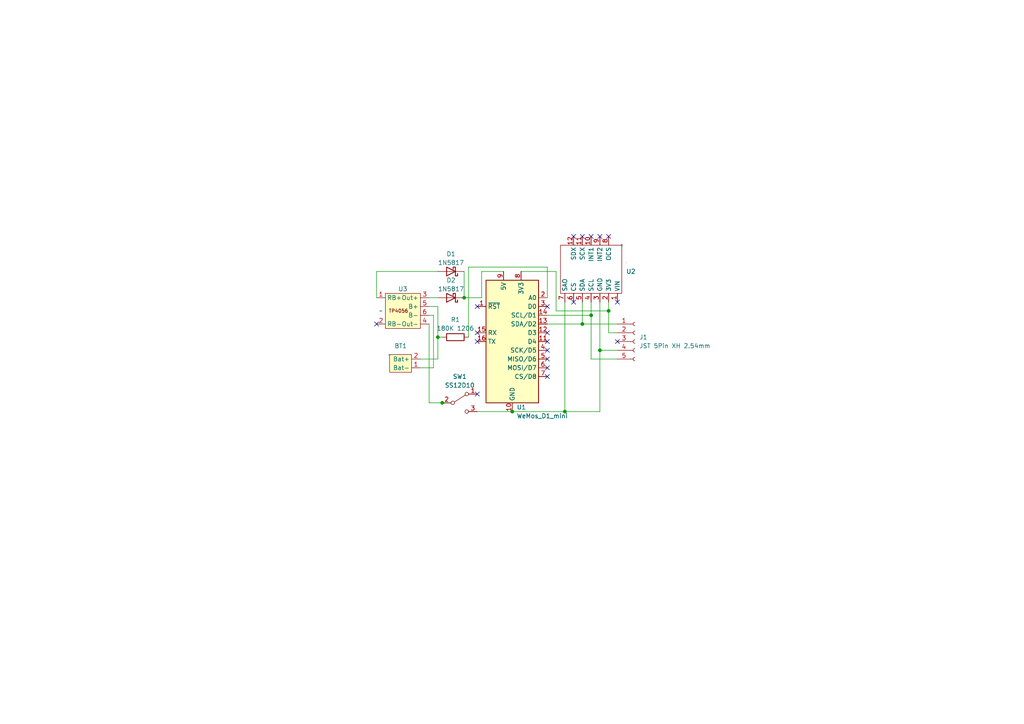
<source format=kicad_sch>
(kicad_sch (version 20230121) (generator eeschema)

  (uuid 8eae469a-afd6-4c34-b538-9cb6f7e43bed)

  (paper "A4")

  (lib_symbols
    (symbol "1N5817_1" (pin_numbers hide) (pin_names (offset 1.016) hide) (in_bom yes) (on_board yes)
      (property "Reference" "D2" (at 0 -5.08 0)
        (effects (font (size 1.27 1.27)))
      )
      (property "Value" "1N5817" (at 0 -2.54 0)
        (effects (font (size 1.27 1.27)))
      )
      (property "Footprint" "SlimeVRMotherBoard:DO-214AC" (at 0 -4.445 0)
        (effects (font (size 1.27 1.27)) hide)
      )
      (property "Datasheet" "http://www.vishay.com/docs/88525/1n5817.pdf" (at 0 3.81 0)
        (effects (font (size 1.27 1.27)) hide)
      )
      (property "ki_keywords" "diode Schottky" (at 0 0 0)
        (effects (font (size 1.27 1.27)) hide)
      )
      (property "ki_description" "20V 1A Schottky Barrier Rectifier Diode, DO-41" (at 0 0 0)
        (effects (font (size 1.27 1.27)) hide)
      )
      (property "ki_fp_filters" "D*DO?41*" (at 0 0 0)
        (effects (font (size 1.27 1.27)) hide)
      )
      (symbol "1N5817_1_0_1"
        (polyline
          (pts
            (xy 1.27 0)
            (xy -1.27 0)
          )
          (stroke (width 0) (type default))
          (fill (type none))
        )
        (polyline
          (pts
            (xy 1.27 1.27)
            (xy 1.27 -1.27)
            (xy -1.27 0)
            (xy 1.27 1.27)
          )
          (stroke (width 0.254) (type default))
          (fill (type none))
        )
        (polyline
          (pts
            (xy -1.905 0.635)
            (xy -1.905 1.27)
            (xy -1.27 1.27)
            (xy -1.27 -1.27)
            (xy -0.635 -1.27)
            (xy -0.635 -0.635)
          )
          (stroke (width 0.254) (type default))
          (fill (type none))
        )
      )
      (symbol "1N5817_1_1_1"
        (pin passive line (at 3.81 0 180) (length 2.54)
          (name "A" (effects (font (size 1.27 1.27))))
          (number "A" (effects (font (size 1.27 1.27))))
        )
        (pin passive line (at -3.81 0 0) (length 2.54)
          (name "K" (effects (font (size 1.27 1.27))))
          (number "C" (effects (font (size 1.27 1.27))))
        )
      )
    )
    (symbol "BMI160_Module:BMI160_Module" (in_bom yes) (on_board yes)
      (property "Reference" "U2" (at 7.62 1.27 90)
        (effects (font (size 1.27 1.27)) (justify left))
      )
      (property "Value" "~" (at 0 0 0)
        (effects (font (size 1.27 1.27)))
      )
      (property "Footprint" "" (at 0 0 0)
        (effects (font (size 1.27 1.27)) hide)
      )
      (property "Datasheet" "" (at 0 0 0)
        (effects (font (size 1.27 1.27)) hide)
      )
      (symbol "BMI160_Module_0_1"
        (rectangle (start 0 0) (end 13.97 -17.78)
          (stroke (width 0) (type default))
          (fill (type none))
        )
        (rectangle (start 5.08 1.27) (end 5.08 1.27)
          (stroke (width 0) (type default))
          (fill (type none))
        )
      )
      (symbol "BMI160_Module_1_1"
        (pin power_in line (at 16.51 -1.27 180) (length 2.54)
          (name "VIN" (effects (font (size 1.27 1.27))))
          (number "1" (effects (font (size 1.27 1.27))))
        )
        (pin output line (at -2.54 -8.89 0) (length 2.54)
          (name "INT1" (effects (font (size 1.27 1.27))))
          (number "10" (effects (font (size 1.27 1.27))))
        )
        (pin output line (at -2.54 -11.43 0) (length 2.54)
          (name "SCX" (effects (font (size 1.27 1.27))))
          (number "11" (effects (font (size 1.27 1.27))))
        )
        (pin output line (at -2.54 -13.97 0) (length 2.54)
          (name "SDX" (effects (font (size 1.27 1.27))))
          (number "12" (effects (font (size 1.27 1.27))))
        )
        (pin power_in line (at 16.51 -3.81 180) (length 2.54)
          (name "3V3" (effects (font (size 1.27 1.27))))
          (number "2" (effects (font (size 1.27 1.27))))
        )
        (pin power_in line (at 16.51 -6.35 180) (length 2.54)
          (name "GND" (effects (font (size 1.27 1.27))))
          (number "3" (effects (font (size 1.27 1.27))))
        )
        (pin output line (at 16.51 -8.89 180) (length 2.54)
          (name "SCL" (effects (font (size 1.27 1.27))))
          (number "4" (effects (font (size 1.27 1.27))))
        )
        (pin output line (at 16.51 -11.43 180) (length 2.54)
          (name "SDA" (effects (font (size 1.27 1.27))))
          (number "5" (effects (font (size 1.27 1.27))))
        )
        (pin output line (at 16.51 -13.97 180) (length 2.54)
          (name "CS" (effects (font (size 1.27 1.27))))
          (number "6" (effects (font (size 1.27 1.27))))
        )
        (pin output line (at 16.51 -16.51 180) (length 2.54)
          (name "SAO" (effects (font (size 1.27 1.27))))
          (number "7" (effects (font (size 1.27 1.27))))
        )
        (pin output line (at -2.54 -3.81 0) (length 2.54)
          (name "OCS" (effects (font (size 1.27 1.27))))
          (number "8" (effects (font (size 1.27 1.27))))
        )
        (pin output line (at -2.54 -6.35 0) (length 2.54)
          (name "INT2" (effects (font (size 1.27 1.27))))
          (number "9" (effects (font (size 1.27 1.27))))
        )
      )
    )
    (symbol "Battery:3.7V_Lithium-Ion" (in_bom yes) (on_board yes)
      (property "Reference" "BT" (at 0 0 0)
        (effects (font (size 1.27 1.27)))
      )
      (property "Value" "" (at 0 0 0)
        (effects (font (size 1.27 1.27)))
      )
      (property "Footprint" "" (at 0 0 0)
        (effects (font (size 1.27 1.27)) hide)
      )
      (property "Datasheet" "" (at 0 0 0)
        (effects (font (size 1.27 1.27)) hide)
      )
      (symbol "3.7V_Lithium-Ion_1_1"
        (rectangle (start 0 0) (end 6.35 -5.08)
          (stroke (width 0) (type default))
          (fill (type background))
        )
        (pin power_out line (at 8.89 -3.81 180) (length 2.54)
          (name "Bat-" (effects (font (size 1.27 1.27))))
          (number "1" (effects (font (size 1.27 1.27))))
        )
        (pin power_out line (at 8.89 -1.27 180) (length 2.54)
          (name "Bat+" (effects (font (size 1.27 1.27))))
          (number "2" (effects (font (size 1.27 1.27))))
        )
      )
    )
    (symbol "Connector:Conn_01x05_Socket" (pin_names (offset 1.016) hide) (in_bom yes) (on_board yes)
      (property "Reference" "J" (at 0 7.62 0)
        (effects (font (size 1.27 1.27)))
      )
      (property "Value" "Conn_01x05_Socket" (at 0 -7.62 0)
        (effects (font (size 1.27 1.27)))
      )
      (property "Footprint" "" (at 0 0 0)
        (effects (font (size 1.27 1.27)) hide)
      )
      (property "Datasheet" "~" (at 0 0 0)
        (effects (font (size 1.27 1.27)) hide)
      )
      (property "ki_locked" "" (at 0 0 0)
        (effects (font (size 1.27 1.27)))
      )
      (property "ki_keywords" "connector" (at 0 0 0)
        (effects (font (size 1.27 1.27)) hide)
      )
      (property "ki_description" "Generic connector, single row, 01x05, script generated" (at 0 0 0)
        (effects (font (size 1.27 1.27)) hide)
      )
      (property "ki_fp_filters" "Connector*:*_1x??_*" (at 0 0 0)
        (effects (font (size 1.27 1.27)) hide)
      )
      (symbol "Conn_01x05_Socket_1_1"
        (arc (start 0 -4.572) (mid -0.5058 -5.08) (end 0 -5.588)
          (stroke (width 0.1524) (type default))
          (fill (type none))
        )
        (arc (start 0 -2.032) (mid -0.5058 -2.54) (end 0 -3.048)
          (stroke (width 0.1524) (type default))
          (fill (type none))
        )
        (polyline
          (pts
            (xy -1.27 -5.08)
            (xy -0.508 -5.08)
          )
          (stroke (width 0.1524) (type default))
          (fill (type none))
        )
        (polyline
          (pts
            (xy -1.27 -2.54)
            (xy -0.508 -2.54)
          )
          (stroke (width 0.1524) (type default))
          (fill (type none))
        )
        (polyline
          (pts
            (xy -1.27 0)
            (xy -0.508 0)
          )
          (stroke (width 0.1524) (type default))
          (fill (type none))
        )
        (polyline
          (pts
            (xy -1.27 2.54)
            (xy -0.508 2.54)
          )
          (stroke (width 0.1524) (type default))
          (fill (type none))
        )
        (polyline
          (pts
            (xy -1.27 5.08)
            (xy -0.508 5.08)
          )
          (stroke (width 0.1524) (type default))
          (fill (type none))
        )
        (arc (start 0 0.508) (mid -0.5058 0) (end 0 -0.508)
          (stroke (width 0.1524) (type default))
          (fill (type none))
        )
        (arc (start 0 3.048) (mid -0.5058 2.54) (end 0 2.032)
          (stroke (width 0.1524) (type default))
          (fill (type none))
        )
        (arc (start 0 5.588) (mid -0.5058 5.08) (end 0 4.572)
          (stroke (width 0.1524) (type default))
          (fill (type none))
        )
        (pin passive line (at -5.08 5.08 0) (length 3.81)
          (name "Pin_1" (effects (font (size 1.27 1.27))))
          (number "1" (effects (font (size 1.27 1.27))))
        )
        (pin passive line (at -5.08 2.54 0) (length 3.81)
          (name "Pin_2" (effects (font (size 1.27 1.27))))
          (number "2" (effects (font (size 1.27 1.27))))
        )
        (pin passive line (at -5.08 0 0) (length 3.81)
          (name "Pin_3" (effects (font (size 1.27 1.27))))
          (number "3" (effects (font (size 1.27 1.27))))
        )
        (pin passive line (at -5.08 -2.54 0) (length 3.81)
          (name "Pin_4" (effects (font (size 1.27 1.27))))
          (number "4" (effects (font (size 1.27 1.27))))
        )
        (pin passive line (at -5.08 -5.08 0) (length 3.81)
          (name "Pin_5" (effects (font (size 1.27 1.27))))
          (number "5" (effects (font (size 1.27 1.27))))
        )
      )
    )
    (symbol "Device:R" (pin_numbers hide) (pin_names (offset 0)) (in_bom yes) (on_board yes)
      (property "Reference" "R" (at 2.032 0 90)
        (effects (font (size 1.27 1.27)))
      )
      (property "Value" "R" (at 0 0 90)
        (effects (font (size 1.27 1.27)))
      )
      (property "Footprint" "" (at -1.778 0 90)
        (effects (font (size 1.27 1.27)) hide)
      )
      (property "Datasheet" "~" (at 0 0 0)
        (effects (font (size 1.27 1.27)) hide)
      )
      (property "ki_keywords" "R res resistor" (at 0 0 0)
        (effects (font (size 1.27 1.27)) hide)
      )
      (property "ki_description" "Resistor" (at 0 0 0)
        (effects (font (size 1.27 1.27)) hide)
      )
      (property "ki_fp_filters" "R_*" (at 0 0 0)
        (effects (font (size 1.27 1.27)) hide)
      )
      (symbol "R_0_1"
        (rectangle (start -1.016 -2.54) (end 1.016 2.54)
          (stroke (width 0.254) (type default))
          (fill (type none))
        )
      )
      (symbol "R_1_1"
        (pin passive line (at 0 3.81 270) (length 1.27)
          (name "~" (effects (font (size 1.27 1.27))))
          (number "1" (effects (font (size 1.27 1.27))))
        )
        (pin passive line (at 0 -3.81 90) (length 1.27)
          (name "~" (effects (font (size 1.27 1.27))))
          (number "2" (effects (font (size 1.27 1.27))))
        )
      )
    )
    (symbol "Diode:1N5817" (pin_numbers hide) (pin_names (offset 1.016) hide) (in_bom yes) (on_board yes)
      (property "Reference" "D1" (at 0 -5.08 0)
        (effects (font (size 1.27 1.27)))
      )
      (property "Value" "1N5817" (at 0 -2.54 0)
        (effects (font (size 1.27 1.27)))
      )
      (property "Footprint" "SlimeVRMotherBoard:DO-214AC" (at 0 -4.445 0)
        (effects (font (size 1.27 1.27)) hide)
      )
      (property "Datasheet" "http://www.vishay.com/docs/88525/1n5817.pdf" (at 0 2.54 0)
        (effects (font (size 1.27 1.27)) hide)
      )
      (property "ki_keywords" "diode Schottky" (at 0 0 0)
        (effects (font (size 1.27 1.27)) hide)
      )
      (property "ki_description" "20V 1A Schottky Barrier Rectifier Diode, DO-41" (at 0 0 0)
        (effects (font (size 1.27 1.27)) hide)
      )
      (property "ki_fp_filters" "D*DO?41*" (at 0 0 0)
        (effects (font (size 1.27 1.27)) hide)
      )
      (symbol "1N5817_0_1"
        (polyline
          (pts
            (xy 1.27 0)
            (xy -1.27 0)
          )
          (stroke (width 0) (type default))
          (fill (type none))
        )
        (polyline
          (pts
            (xy 1.27 1.27)
            (xy 1.27 -1.27)
            (xy -1.27 0)
            (xy 1.27 1.27)
          )
          (stroke (width 0.254) (type default))
          (fill (type none))
        )
        (polyline
          (pts
            (xy -1.905 0.635)
            (xy -1.905 1.27)
            (xy -1.27 1.27)
            (xy -1.27 -1.27)
            (xy -0.635 -1.27)
            (xy -0.635 -0.635)
          )
          (stroke (width 0.254) (type default))
          (fill (type none))
        )
      )
      (symbol "1N5817_1_1"
        (pin passive line (at 3.81 0 180) (length 2.54)
          (name "A" (effects (font (size 1.27 1.27))))
          (number "A" (effects (font (size 1.27 1.27))))
        )
        (pin passive line (at -3.81 0 0) (length 2.54)
          (name "K" (effects (font (size 1.27 1.27))))
          (number "C" (effects (font (size 1.27 1.27))))
        )
      )
    )
    (symbol "MCU_Module:WeMos_D1_mini" (in_bom yes) (on_board yes)
      (property "Reference" "U" (at 3.81 19.05 0)
        (effects (font (size 1.27 1.27)) (justify left))
      )
      (property "Value" "WeMos_D1_mini" (at 1.27 -19.05 0)
        (effects (font (size 1.27 1.27)) (justify left))
      )
      (property "Footprint" "Module:WEMOS_D1_mini_light" (at 0 -29.21 0)
        (effects (font (size 1.27 1.27)) hide)
      )
      (property "Datasheet" "https://wiki.wemos.cc/products:d1:d1_mini#documentation" (at -46.99 -29.21 0)
        (effects (font (size 1.27 1.27)) hide)
      )
      (property "ki_keywords" "ESP8266 WiFi microcontroller ESP8266EX" (at 0 0 0)
        (effects (font (size 1.27 1.27)) hide)
      )
      (property "ki_description" "32-bit microcontroller module with WiFi" (at 0 0 0)
        (effects (font (size 1.27 1.27)) hide)
      )
      (property "ki_fp_filters" "WEMOS*D1*mini*" (at 0 0 0)
        (effects (font (size 1.27 1.27)) hide)
      )
      (symbol "WeMos_D1_mini_1_1"
        (rectangle (start -7.62 17.78) (end 7.62 -17.78)
          (stroke (width 0.254) (type default))
          (fill (type background))
        )
        (pin input line (at -10.16 10.16 0) (length 2.54)
          (name "~{RST}" (effects (font (size 1.27 1.27))))
          (number "1" (effects (font (size 1.27 1.27))))
        )
        (pin power_in line (at 0 -20.32 90) (length 2.54)
          (name "GND" (effects (font (size 1.27 1.27))))
          (number "10" (effects (font (size 1.27 1.27))))
        )
        (pin bidirectional line (at 10.16 0 180) (length 2.54)
          (name "D4" (effects (font (size 1.27 1.27))))
          (number "11" (effects (font (size 1.27 1.27))))
        )
        (pin bidirectional line (at 10.16 2.54 180) (length 2.54)
          (name "D3" (effects (font (size 1.27 1.27))))
          (number "12" (effects (font (size 1.27 1.27))))
        )
        (pin bidirectional line (at 10.16 5.08 180) (length 2.54)
          (name "SDA/D2" (effects (font (size 1.27 1.27))))
          (number "13" (effects (font (size 1.27 1.27))))
        )
        (pin bidirectional line (at 10.16 7.62 180) (length 2.54)
          (name "SCL/D1" (effects (font (size 1.27 1.27))))
          (number "14" (effects (font (size 1.27 1.27))))
        )
        (pin input line (at -10.16 2.54 0) (length 2.54)
          (name "RX" (effects (font (size 1.27 1.27))))
          (number "15" (effects (font (size 1.27 1.27))))
        )
        (pin output line (at -10.16 0 0) (length 2.54)
          (name "TX" (effects (font (size 1.27 1.27))))
          (number "16" (effects (font (size 1.27 1.27))))
        )
        (pin input line (at 10.16 12.7 180) (length 2.54)
          (name "A0" (effects (font (size 1.27 1.27))))
          (number "2" (effects (font (size 1.27 1.27))))
        )
        (pin bidirectional line (at 10.16 10.16 180) (length 2.54)
          (name "D0" (effects (font (size 1.27 1.27))))
          (number "3" (effects (font (size 1.27 1.27))))
        )
        (pin bidirectional line (at 10.16 -2.54 180) (length 2.54)
          (name "SCK/D5" (effects (font (size 1.27 1.27))))
          (number "4" (effects (font (size 1.27 1.27))))
        )
        (pin bidirectional line (at 10.16 -5.08 180) (length 2.54)
          (name "MISO/D6" (effects (font (size 1.27 1.27))))
          (number "5" (effects (font (size 1.27 1.27))))
        )
        (pin bidirectional line (at 10.16 -7.62 180) (length 2.54)
          (name "MOSI/D7" (effects (font (size 1.27 1.27))))
          (number "6" (effects (font (size 1.27 1.27))))
        )
        (pin bidirectional line (at 10.16 -10.16 180) (length 2.54)
          (name "CS/D8" (effects (font (size 1.27 1.27))))
          (number "7" (effects (font (size 1.27 1.27))))
        )
        (pin power_out line (at 2.54 20.32 270) (length 2.54)
          (name "3V3" (effects (font (size 1.27 1.27))))
          (number "8" (effects (font (size 1.27 1.27))))
        )
        (pin power_in line (at -2.54 20.32 270) (length 2.54)
          (name "5V" (effects (font (size 1.27 1.27))))
          (number "9" (effects (font (size 1.27 1.27))))
        )
      )
    )
    (symbol "Switch:SW_SPDT" (pin_names (offset 0) hide) (in_bom yes) (on_board yes)
      (property "Reference" "SW" (at 0 4.318 0)
        (effects (font (size 1.27 1.27)))
      )
      (property "Value" "SW_SPDT" (at 0 -5.08 0)
        (effects (font (size 1.27 1.27)))
      )
      (property "Footprint" "" (at 0 0 0)
        (effects (font (size 1.27 1.27)) hide)
      )
      (property "Datasheet" "~" (at 0 0 0)
        (effects (font (size 1.27 1.27)) hide)
      )
      (property "ki_keywords" "switch single-pole double-throw spdt ON-ON" (at 0 0 0)
        (effects (font (size 1.27 1.27)) hide)
      )
      (property "ki_description" "Switch, single pole double throw" (at 0 0 0)
        (effects (font (size 1.27 1.27)) hide)
      )
      (symbol "SW_SPDT_0_0"
        (circle (center -2.032 0) (radius 0.508)
          (stroke (width 0) (type default))
          (fill (type none))
        )
        (circle (center 2.032 -2.54) (radius 0.508)
          (stroke (width 0) (type default))
          (fill (type none))
        )
      )
      (symbol "SW_SPDT_0_1"
        (polyline
          (pts
            (xy -1.524 0.254)
            (xy 1.651 2.286)
          )
          (stroke (width 0) (type default))
          (fill (type none))
        )
        (circle (center 2.032 2.54) (radius 0.508)
          (stroke (width 0) (type default))
          (fill (type none))
        )
      )
      (symbol "SW_SPDT_1_1"
        (pin passive line (at 5.08 2.54 180) (length 2.54)
          (name "A" (effects (font (size 1.27 1.27))))
          (number "1" (effects (font (size 1.27 1.27))))
        )
        (pin passive line (at -5.08 0 0) (length 2.54)
          (name "B" (effects (font (size 1.27 1.27))))
          (number "2" (effects (font (size 1.27 1.27))))
        )
        (pin passive line (at 5.08 -2.54 180) (length 2.54)
          (name "C" (effects (font (size 1.27 1.27))))
          (number "3" (effects (font (size 1.27 1.27))))
        )
      )
    )
    (symbol "TP4056:TP4056" (in_bom yes) (on_board yes)
      (property "Reference" "U" (at 0 0 0)
        (effects (font (size 1.27 1.27)))
      )
      (property "Value" "" (at 0 0 0)
        (effects (font (size 1.27 1.27)))
      )
      (property "Footprint" "" (at 0 0 0)
        (effects (font (size 1.27 1.27)) hide)
      )
      (property "Datasheet" "" (at 0 0 0)
        (effects (font (size 1.27 1.27)) hide)
      )
      (symbol "TP4056_1_1"
        (rectangle (start 1.27 5.08) (end 11.43 -5.08)
          (stroke (width 0) (type default))
          (fill (type background))
        )
        (text "TP4056" (at 5.08 0 0)
          (effects (font (size 1 1)))
        )
        (pin power_out line (at -1.27 3.81 0) (length 2.54)
          (name "RB+" (effects (font (size 1.27 1.27))))
          (number "1" (effects (font (size 1.27 1.27))))
        )
        (pin power_out line (at -1.27 -3.81 0) (length 2.54)
          (name "RB-" (effects (font (size 1.27 1.27))))
          (number "2" (effects (font (size 1.27 1.27))))
        )
        (pin power_out line (at 13.97 3.81 180) (length 2.54)
          (name "Out+" (effects (font (size 1.27 1.27))))
          (number "3" (effects (font (size 1.27 1.27))))
        )
        (pin power_out line (at 13.97 -3.81 180) (length 2.54)
          (name "Out-" (effects (font (size 1.27 1.27))))
          (number "4" (effects (font (size 1.27 1.27))))
        )
        (pin power_in line (at 13.97 1.27 180) (length 2.54)
          (name "B+" (effects (font (size 1.27 1.27))))
          (number "5" (effects (font (size 1.27 1.27))))
        )
        (pin power_in line (at 13.97 -1.27 180) (length 2.54)
          (name "B-" (effects (font (size 1.27 1.27))))
          (number "6" (effects (font (size 1.27 1.27))))
        )
      )
    )
  )

  (junction (at 163.83 119.38) (diameter 0) (color 0 0 0 0)
    (uuid 08ff19f2-aeb9-42c9-9202-22286f35e71c)
  )
  (junction (at 148.59 119.38) (diameter 0) (color 0 0 0 0)
    (uuid 0fefc4bb-20ca-4a9d-a4d0-36328d5d357e)
  )
  (junction (at 171.45 91.44) (diameter 0) (color 0 0 0 0)
    (uuid 439b365c-2429-4beb-a019-fb4eaf9611c7)
  )
  (junction (at 173.99 101.6) (diameter 0) (color 0 0 0 0)
    (uuid 9ba1e999-3747-443a-9aaf-72827f47dfac)
  )
  (junction (at 168.91 93.98) (diameter 0) (color 0 0 0 0)
    (uuid a773495e-4154-49ce-8edd-a19582be9abc)
  )
  (junction (at 176.53 90.17) (diameter 0) (color 0 0 0 0)
    (uuid bcf81a6d-19c8-4e72-88c5-5a7e00ad86bc)
  )
  (junction (at 128.27 116.84) (diameter 0) (color 0 0 0 0)
    (uuid c2e1acbe-02ff-40a3-b094-7d74ded7bc3c)
  )
  (junction (at 127 97.79) (diameter 0) (color 0 0 0 0)
    (uuid caa0c700-990d-43e2-a862-b18c0e019cda)
  )
  (junction (at 134.62 86.36) (diameter 0) (color 0 0 0 0)
    (uuid dd423480-3225-48c4-b9cb-d27d949c7fe6)
  )

  (no_connect (at 171.45 68.58) (uuid 08de0956-f033-41eb-8420-91c0fbc7f315))
  (no_connect (at 179.07 99.06) (uuid 154f3885-d3a7-48f3-ae96-e97e64377e5a))
  (no_connect (at 158.75 104.14) (uuid 1848047c-83f6-4b81-a507-a8fd0bc35312))
  (no_connect (at 158.75 109.22) (uuid 37db56fe-7fa1-40eb-838e-85c41698dc6a))
  (no_connect (at 176.53 68.58) (uuid 38b5d38d-bda8-4699-8c29-c084115626cc))
  (no_connect (at 158.75 99.06) (uuid 41cb489f-b723-42f9-82b0-8a0986717659))
  (no_connect (at 166.37 87.63) (uuid 43024326-08e8-4fab-9032-d154d66dfbf9))
  (no_connect (at 138.43 114.3) (uuid 530e55bc-176f-4935-b74b-70317ea913d5))
  (no_connect (at 158.75 106.68) (uuid 72d11eec-881f-47c3-9178-c8912f9bd623))
  (no_connect (at 173.99 68.58) (uuid 78697bf8-62ea-44fc-8109-bb3f7a439e5b))
  (no_connect (at 158.75 101.6) (uuid 9f6fc7d5-e196-4f93-bf08-e165c7bd68a9))
  (no_connect (at 158.75 88.9) (uuid bd045848-02ba-45d0-8cc8-2b1960459357))
  (no_connect (at 166.37 68.58) (uuid c261a9ed-2da2-4823-b42c-f22c4b79d7ca))
  (no_connect (at 168.91 68.58) (uuid c2c06e36-10b3-48dd-8c03-178a29c6c599))
  (no_connect (at 138.43 96.52) (uuid cecedfd1-615f-422f-bc00-08ad60ef1510))
  (no_connect (at 179.07 87.63) (uuid e0dfe036-8919-4861-8385-a1372a399857))
  (no_connect (at 138.43 88.9) (uuid e3d47f73-1a50-4137-8d20-822b0838fcb9))
  (no_connect (at 109.22 93.98) (uuid e868ab67-e373-461f-bcb0-27b6dd3ff3c9))
  (no_connect (at 138.43 99.06) (uuid f61d808a-38f6-4eef-9ff6-570e76fe0410))
  (no_connect (at 158.75 96.52) (uuid faf9f0f4-dc1e-4cb7-b85b-2599c30edc25))

  (wire (pts (xy 124.46 93.98) (xy 124.46 116.84))
    (stroke (width 0) (type default))
    (uuid 0014cf85-f177-42fe-83da-bc9da0285e18)
  )
  (wire (pts (xy 158.75 93.98) (xy 168.91 93.98))
    (stroke (width 0) (type default))
    (uuid 03550050-a2a3-42d0-b221-fa76b0e5dcac)
  )
  (wire (pts (xy 171.45 104.14) (xy 179.07 104.14))
    (stroke (width 0) (type default))
    (uuid 11c90589-3403-43a3-9903-6b5c2d12c3ab)
  )
  (wire (pts (xy 135.89 97.79) (xy 135.89 77.47))
    (stroke (width 0) (type default))
    (uuid 18d89dc3-71b6-4528-9583-51a2be5460bd)
  )
  (wire (pts (xy 171.45 91.44) (xy 171.45 87.63))
    (stroke (width 0) (type default))
    (uuid 235733a2-4287-4a5f-aa96-d09c06a3084e)
  )
  (wire (pts (xy 173.99 101.6) (xy 179.07 101.6))
    (stroke (width 0) (type default))
    (uuid 2643e5d7-2688-46e9-83a5-89f91d5666c2)
  )
  (wire (pts (xy 176.53 90.17) (xy 176.53 96.52))
    (stroke (width 0) (type default))
    (uuid 2b36409b-258e-487c-bc00-54ea56750167)
  )
  (wire (pts (xy 124.46 116.84) (xy 128.27 116.84))
    (stroke (width 0) (type default))
    (uuid 2e204c33-bbc8-40d7-b021-d715d68df5f6)
  )
  (wire (pts (xy 151.13 78.74) (xy 161.29 78.74))
    (stroke (width 0) (type default))
    (uuid 3308b5b8-ae2e-4c38-9882-d8a68d67197d)
  )
  (wire (pts (xy 134.62 78.74) (xy 134.62 86.36))
    (stroke (width 0) (type default))
    (uuid 34e2aac1-19ca-405f-8273-e6c731aa0bbe)
  )
  (wire (pts (xy 139.7 86.36) (xy 139.7 78.74))
    (stroke (width 0) (type default))
    (uuid 3519baf4-5a32-44e7-a84a-f31fc67c138b)
  )
  (wire (pts (xy 127 86.36) (xy 124.46 86.36))
    (stroke (width 0) (type default))
    (uuid 3590fa44-d953-4895-83f9-f9dcd4f22edf)
  )
  (wire (pts (xy 173.99 119.38) (xy 173.99 101.6))
    (stroke (width 0) (type default))
    (uuid 389c880a-51e3-416b-8a9b-a617f364ca05)
  )
  (wire (pts (xy 168.91 93.98) (xy 168.91 87.63))
    (stroke (width 0) (type default))
    (uuid 3ef6cebd-560a-4847-a195-9e30acb010a7)
  )
  (wire (pts (xy 128.27 116.84) (xy 130.81 116.84))
    (stroke (width 0) (type default))
    (uuid 3f13697c-c0cd-43d5-84ed-77db66db02d1)
  )
  (wire (pts (xy 176.53 96.52) (xy 179.07 96.52))
    (stroke (width 0) (type default))
    (uuid 4099d9db-df1d-4520-af60-c494da7eab05)
  )
  (wire (pts (xy 125.73 91.44) (xy 124.46 91.44))
    (stroke (width 0) (type default))
    (uuid 41e4124f-651e-4c20-a86a-6c1bed4d4ea1)
  )
  (wire (pts (xy 148.59 119.38) (xy 163.83 119.38))
    (stroke (width 0) (type default))
    (uuid 4acb6625-4f8e-4d45-9873-fb558d90223f)
  )
  (wire (pts (xy 127 88.9) (xy 124.46 88.9))
    (stroke (width 0) (type default))
    (uuid 4c2c4ffd-b6ab-4df5-9083-fcfd1ed5cdda)
  )
  (wire (pts (xy 121.92 104.14) (xy 127 104.14))
    (stroke (width 0) (type default))
    (uuid 603559dd-886a-49a8-bf2d-bd32df1370b3)
  )
  (wire (pts (xy 121.92 106.68) (xy 125.73 106.68))
    (stroke (width 0) (type default))
    (uuid 687372bc-5fba-46ed-b453-3f6f6d2658cd)
  )
  (wire (pts (xy 158.75 77.47) (xy 158.75 86.36))
    (stroke (width 0) (type default))
    (uuid 6ba7b03d-51f5-4d32-80f8-b9630716ecc1)
  )
  (wire (pts (xy 128.27 97.79) (xy 127 97.79))
    (stroke (width 0) (type default))
    (uuid 71237e03-209b-4a30-8235-cbc90ff51c27)
  )
  (wire (pts (xy 171.45 91.44) (xy 171.45 104.14))
    (stroke (width 0) (type default))
    (uuid 7c190ece-c1e9-4d2f-a0d3-e8e1e4c7f99d)
  )
  (wire (pts (xy 158.75 91.44) (xy 171.45 91.44))
    (stroke (width 0) (type default))
    (uuid 806cf09c-2b8d-4bd9-a078-f59c094d6f35)
  )
  (wire (pts (xy 176.53 90.17) (xy 176.53 87.63))
    (stroke (width 0) (type default))
    (uuid 8ac7818b-e1aa-4323-8f3d-d53072355900)
  )
  (wire (pts (xy 125.73 106.68) (xy 125.73 91.44))
    (stroke (width 0) (type default))
    (uuid 9d745f9d-1f1d-47f4-9c53-83f80863a2f0)
  )
  (wire (pts (xy 127 97.79) (xy 127 104.14))
    (stroke (width 0) (type default))
    (uuid a2d1e0da-4541-4811-8feb-5bc3967241a1)
  )
  (wire (pts (xy 134.62 86.36) (xy 139.7 86.36))
    (stroke (width 0) (type default))
    (uuid aab401da-fb5e-49f8-8b20-f609cda1bf99)
  )
  (wire (pts (xy 109.22 78.74) (xy 127 78.74))
    (stroke (width 0) (type default))
    (uuid b6dcad1e-8ee3-4d8c-b10c-984993f847d0)
  )
  (wire (pts (xy 161.29 78.74) (xy 161.29 90.17))
    (stroke (width 0) (type default))
    (uuid bf895d15-a359-4c9f-a54b-83d1131b4711)
  )
  (wire (pts (xy 163.83 87.63) (xy 163.83 119.38))
    (stroke (width 0) (type default))
    (uuid c21e17f1-236d-42f3-8272-304ecc3a6f78)
  )
  (wire (pts (xy 109.22 86.36) (xy 109.22 78.74))
    (stroke (width 0) (type default))
    (uuid cb57813d-b504-48b3-aa87-78c964d85206)
  )
  (wire (pts (xy 138.43 119.38) (xy 148.59 119.38))
    (stroke (width 0) (type default))
    (uuid d0cfbce0-2eae-47e7-a397-518026a96cab)
  )
  (wire (pts (xy 127 88.9) (xy 127 97.79))
    (stroke (width 0) (type default))
    (uuid d69f5b1d-b5f9-4442-b178-df8832dfe21c)
  )
  (wire (pts (xy 168.91 93.98) (xy 179.07 93.98))
    (stroke (width 0) (type default))
    (uuid e5589486-bae5-4170-93d8-12d5de87e39b)
  )
  (wire (pts (xy 135.89 77.47) (xy 158.75 77.47))
    (stroke (width 0) (type default))
    (uuid e6f6f0c3-a3c7-4d29-baa5-3cae90c206b4)
  )
  (wire (pts (xy 173.99 101.6) (xy 173.99 87.63))
    (stroke (width 0) (type default))
    (uuid ea8ca60c-8332-4746-a8c4-3324bd7e0c30)
  )
  (wire (pts (xy 161.29 90.17) (xy 176.53 90.17))
    (stroke (width 0) (type default))
    (uuid ed552585-10f9-46b3-9b30-c237f86ad307)
  )
  (wire (pts (xy 163.83 119.38) (xy 173.99 119.38))
    (stroke (width 0) (type default))
    (uuid efada5b9-bcc4-4e55-8d3a-81f950c970c2)
  )
  (wire (pts (xy 139.7 78.74) (xy 146.05 78.74))
    (stroke (width 0) (type default))
    (uuid fccda873-e2cb-466c-8e49-5bb50ecf367a)
  )

  (symbol (lib_name "1N5817_1") (lib_id "Diode:1N5817") (at 130.81 86.36 180) (unit 1)
    (in_bom yes) (on_board yes) (dnp no)
    (uuid 0e187b86-de32-4ca1-8456-f10480d732a6)
    (property "Reference" "D2" (at 130.81 81.28 0)
      (effects (font (size 1.27 1.27)))
    )
    (property "Value" "1N5817" (at 130.81 83.82 0)
      (effects (font (size 1.27 1.27)))
    )
    (property "Footprint" "SlimeVRMotherBoard:DO-214AC" (at 130.81 81.915 0)
      (effects (font (size 1.27 1.27)) hide)
    )
    (property "Datasheet" "http://www.vishay.com/docs/88525/1n5817.pdf" (at 130.81 90.17 0)
      (effects (font (size 1.27 1.27)) hide)
    )
    (pin "A" (uuid 1c5b8470-7c9a-45fa-b79e-5db625f36874))
    (pin "C" (uuid 5928cd8f-71fa-4958-aeea-3d341d7be464))
    (instances
      (project "SlimePCB"
        (path "/8eae469a-afd6-4c34-b538-9cb6f7e43bed"
          (reference "D2") (unit 1)
        )
      )
    )
  )

  (symbol (lib_id "BMI160_Module:BMI160_Module") (at 180.34 71.12 270) (unit 1)
    (in_bom yes) (on_board yes) (dnp no)
    (uuid 2d01830f-d7a4-48b5-b456-1207de759063)
    (property "Reference" "U2" (at 181.61 78.74 90)
      (effects (font (size 1.27 1.27)) (justify left))
    )
    (property "Value" "~" (at 180.34 71.12 0)
      (effects (font (size 1.27 1.27)))
    )
    (property "Footprint" "Module:BMI160 module" (at 180.34 71.12 0)
      (effects (font (size 1.27 1.27)) hide)
    )
    (property "Datasheet" "" (at 180.34 71.12 0)
      (effects (font (size 1.27 1.27)) hide)
    )
    (pin "1" (uuid 7fb83708-5e1a-47d0-91d9-ff6d250c0c96))
    (pin "10" (uuid 3d893d35-8763-4dfe-8e2d-0845fe96720c))
    (pin "11" (uuid d3f5537a-7bc0-42a4-8dc4-6e4679dcec43))
    (pin "12" (uuid 1abfb9e6-e114-4b53-94a5-a82eef038005))
    (pin "2" (uuid d62790a7-e17d-4502-9866-b8de99b397df))
    (pin "3" (uuid b3d95a23-38e2-4edf-b05f-931990a1e3ff))
    (pin "4" (uuid 8fee59f9-e7df-467e-b94b-a01f813ec17c))
    (pin "5" (uuid 6209511d-26bb-4655-86cd-3128288875eb))
    (pin "6" (uuid b7f71b5b-ccbf-4110-85e2-aba62c63bde1))
    (pin "7" (uuid 8bb11f3a-c409-46f7-a7d3-346884617af4))
    (pin "8" (uuid f2160ca0-7acf-4507-a122-f7d0bc99899c))
    (pin "9" (uuid e3695757-91ce-4987-b6e8-7f0d3eece518))
    (instances
      (project "SlimePCB"
        (path "/8eae469a-afd6-4c34-b538-9cb6f7e43bed"
          (reference "U2") (unit 1)
        )
      )
    )
  )

  (symbol (lib_id "Battery:3.7V_Lithium-Ion") (at 113.03 102.87 0) (unit 1)
    (in_bom yes) (on_board yes) (dnp no) (fields_autoplaced)
    (uuid 3af754f3-7177-4c41-bf2b-26936fb086d2)
    (property "Reference" "BT1" (at 116.205 100.33 0)
      (effects (font (size 1.27 1.27)))
    )
    (property "Value" "~" (at 113.03 102.87 0)
      (effects (font (size 1.27 1.27)))
    )
    (property "Footprint" "SlimeVRMotherBoard:Battery" (at 113.03 102.87 0)
      (effects (font (size 1.27 1.27)) hide)
    )
    (property "Datasheet" "" (at 113.03 102.87 0)
      (effects (font (size 1.27 1.27)) hide)
    )
    (pin "1" (uuid 648a8cdf-8ebe-4c09-9c83-2a17e2a86e45))
    (pin "2" (uuid c318533b-2c83-4ae4-b7b7-207850accf6e))
    (instances
      (project "SlimePCB"
        (path "/8eae469a-afd6-4c34-b538-9cb6f7e43bed"
          (reference "BT1") (unit 1)
        )
      )
    )
  )

  (symbol (lib_id "MCU_Module:WeMos_D1_mini") (at 148.59 99.06 0) (unit 1)
    (in_bom yes) (on_board yes) (dnp no)
    (uuid 4d20952a-06fb-4f25-983e-b6d612aa122a)
    (property "Reference" "U1" (at 149.86 118.11 0)
      (effects (font (size 1.27 1.27)) (justify left))
    )
    (property "Value" "WeMos_D1_mini" (at 149.86 120.65 0)
      (effects (font (size 1.27 1.27)) (justify left))
    )
    (property "Footprint" "Module:WEMOS_D1_mini_light" (at 148.59 128.27 0)
      (effects (font (size 1.27 1.27)) hide)
    )
    (property "Datasheet" "https://wiki.wemos.cc/products:d1:d1_mini#documentation" (at 101.6 128.27 0)
      (effects (font (size 1.27 1.27)) hide)
    )
    (pin "1" (uuid b84d9d70-8788-4472-a38b-f32960368d31))
    (pin "10" (uuid 1eae85fb-85ea-4e51-93c3-fb980202f4ed))
    (pin "11" (uuid 53735e71-b768-4513-b0a3-c51226ed3d20))
    (pin "12" (uuid 7cd368e1-bde0-48ba-8f52-8df9c79c742a))
    (pin "13" (uuid a15b8d1c-83af-42e4-8e04-b1ee890501a4))
    (pin "14" (uuid f17b0fd4-20ef-46f0-a4a4-896069f7c0ff))
    (pin "15" (uuid e802fe7c-3896-405f-a17d-aa81fbd68889))
    (pin "16" (uuid a2e21369-2fbf-4287-9e59-3a4acc57937a))
    (pin "2" (uuid e873e1dc-a993-464d-890f-1758d28bd348))
    (pin "3" (uuid a595ef6d-c8de-47d3-8b6f-fa6476f5217d))
    (pin "4" (uuid 84e31cd1-a32a-48f3-88eb-9c26e2522d22))
    (pin "5" (uuid a91d34f3-e340-433d-83c8-3c97ba9426f3))
    (pin "6" (uuid c80a92be-c56a-4a55-93a2-ee8ec52bf388))
    (pin "7" (uuid 7eee6836-2aa2-449a-a10b-f004b7901a07))
    (pin "8" (uuid 20ce7a90-6903-4752-8f3c-a9e6e06fc8d4))
    (pin "9" (uuid ff7b9b21-d6a3-4112-a0cf-971dae9a48d6))
    (instances
      (project "SlimePCB"
        (path "/8eae469a-afd6-4c34-b538-9cb6f7e43bed"
          (reference "U1") (unit 1)
        )
      )
    )
  )

  (symbol (lib_id "Connector:Conn_01x05_Socket") (at 184.15 99.06 0) (unit 1)
    (in_bom yes) (on_board yes) (dnp no) (fields_autoplaced)
    (uuid 682a29af-9583-4345-b11b-5d8117d94a53)
    (property "Reference" "J1" (at 185.42 97.79 0)
      (effects (font (size 1.27 1.27)) (justify left))
    )
    (property "Value" "JST 5Pin XH 2.54mm" (at 185.42 100.33 0)
      (effects (font (size 1.27 1.27)) (justify left))
    )
    (property "Footprint" "Connector_JST:JST_XH_S5B-XH-A_1x05_P2.50mm_Horizontal" (at 184.15 99.06 0)
      (effects (font (size 1.27 1.27)) hide)
    )
    (property "Datasheet" "~" (at 184.15 99.06 0)
      (effects (font (size 1.27 1.27)) hide)
    )
    (pin "1" (uuid 6f7e9814-c4a2-4677-a0fc-ad5d98edbd05))
    (pin "2" (uuid 90ce0e57-1a5c-4fbd-90d4-4f533ab61ac7))
    (pin "3" (uuid cef02b93-bbc4-400b-8f2e-43952dd6080d))
    (pin "4" (uuid 3d01e2ea-0358-4212-be26-fe6ae9800971))
    (pin "5" (uuid 0f5e2a60-ca54-4fab-b71c-00407d6949a8))
    (instances
      (project "SlimePCB"
        (path "/8eae469a-afd6-4c34-b538-9cb6f7e43bed"
          (reference "J1") (unit 1)
        )
      )
    )
  )

  (symbol (lib_id "Diode:1N5817") (at 130.81 78.74 180) (unit 1)
    (in_bom yes) (on_board yes) (dnp no)
    (uuid 9d7834af-8102-47aa-8df4-64ab6a24e24a)
    (property "Reference" "D1" (at 130.81 73.66 0)
      (effects (font (size 1.27 1.27)))
    )
    (property "Value" "1N5817" (at 130.81 76.2 0)
      (effects (font (size 1.27 1.27)))
    )
    (property "Footprint" "SlimeVRMotherBoard:DO-214AC" (at 130.81 74.295 0)
      (effects (font (size 1.27 1.27)) hide)
    )
    (property "Datasheet" "http://www.vishay.com/docs/88525/1n5817.pdf" (at 130.81 81.28 0)
      (effects (font (size 1.27 1.27)) hide)
    )
    (pin "C" (uuid 53f0d9e3-7b56-42fb-a450-4be0e6a18aba))
    (pin "A" (uuid 1850fab4-ccb1-4dbc-a3b7-f99b22d27377))
    (instances
      (project "SlimePCB"
        (path "/8eae469a-afd6-4c34-b538-9cb6f7e43bed"
          (reference "D1") (unit 1)
        )
      )
    )
  )

  (symbol (lib_id "TP4056:TP4056") (at 110.49 90.17 0) (unit 1)
    (in_bom yes) (on_board yes) (dnp no)
    (uuid b863d8f6-c304-4417-8f34-3c5d8b0a7a39)
    (property "Reference" "U3" (at 116.84 83.82 0)
      (effects (font (size 1.27 1.27)))
    )
    (property "Value" "~" (at 110.49 90.17 0)
      (effects (font (size 1.27 1.27)))
    )
    (property "Footprint" "SlimeVRMotherBoard:TP4056-18650" (at 106.68 96.52 0)
      (effects (font (size 1.27 1.27)) hide)
    )
    (property "Datasheet" "" (at 110.49 90.17 0)
      (effects (font (size 1.27 1.27)) hide)
    )
    (pin "1" (uuid d42ec650-9396-4618-a1b5-803fa14815f3))
    (pin "2" (uuid fcb53200-3d72-47ca-963b-de49b25b6f3e))
    (pin "3" (uuid 9f54fa3e-03fd-4b71-9de7-144035f3cc52))
    (pin "4" (uuid 011cf829-341b-451e-a0c7-0e0968208174))
    (pin "5" (uuid 468eb64b-e204-4947-8a14-a894768fbb02))
    (pin "6" (uuid 1797473a-89d3-4c22-a173-0e50986e9e04))
    (instances
      (project "SlimePCB"
        (path "/8eae469a-afd6-4c34-b538-9cb6f7e43bed"
          (reference "U3") (unit 1)
        )
      )
    )
  )

  (symbol (lib_id "Switch:SW_SPDT") (at 133.35 116.84 0) (unit 1)
    (in_bom yes) (on_board yes) (dnp no) (fields_autoplaced)
    (uuid bec3b20e-c18d-404a-a607-57ed4f451c58)
    (property "Reference" "SW1" (at 133.35 109.22 0)
      (effects (font (size 1.27 1.27)))
    )
    (property "Value" "SS12D10" (at 133.35 111.76 0)
      (effects (font (size 1.27 1.27)))
    )
    (property "Footprint" "Switches:SS12D10" (at 133.35 116.84 0)
      (effects (font (size 1.27 1.27)) hide)
    )
    (property "Datasheet" "~" (at 133.35 116.84 0)
      (effects (font (size 1.27 1.27)) hide)
    )
    (pin "1" (uuid 457267aa-69b4-4d75-a05e-aae233080042))
    (pin "2" (uuid b6d13a62-ab76-4ba0-9ab4-ebb5593af9c4))
    (pin "3" (uuid 9c5aee0d-1ba7-4808-bf47-cc8123801536))
    (instances
      (project "SlimePCB"
        (path "/8eae469a-afd6-4c34-b538-9cb6f7e43bed"
          (reference "SW1") (unit 1)
        )
      )
    )
  )

  (symbol (lib_id "Device:R") (at 132.08 97.79 90) (unit 1)
    (in_bom yes) (on_board yes) (dnp no)
    (uuid d10fb72e-962d-4c1f-a081-a27c4294f146)
    (property "Reference" "R1" (at 132.08 92.71 90)
      (effects (font (size 1.27 1.27)))
    )
    (property "Value" "180K 1206" (at 132.08 95.25 90)
      (effects (font (size 1.27 1.27)))
    )
    (property "Footprint" "Resistor_SMD:R_1206_3216Metric_Pad1.30x1.75mm_HandSolder" (at 132.08 99.568 90)
      (effects (font (size 1.27 1.27)) hide)
    )
    (property "Datasheet" "~" (at 132.08 97.79 0)
      (effects (font (size 1.27 1.27)) hide)
    )
    (pin "1" (uuid 394c096b-19ad-4cd4-b61d-71a57682bf68))
    (pin "2" (uuid 255113e7-a7c5-4459-b0e0-3713065e4aa6))
    (instances
      (project "SlimePCB"
        (path "/8eae469a-afd6-4c34-b538-9cb6f7e43bed"
          (reference "R1") (unit 1)
        )
      )
    )
  )

  (sheet_instances
    (path "/" (page "1"))
  )
)

</source>
